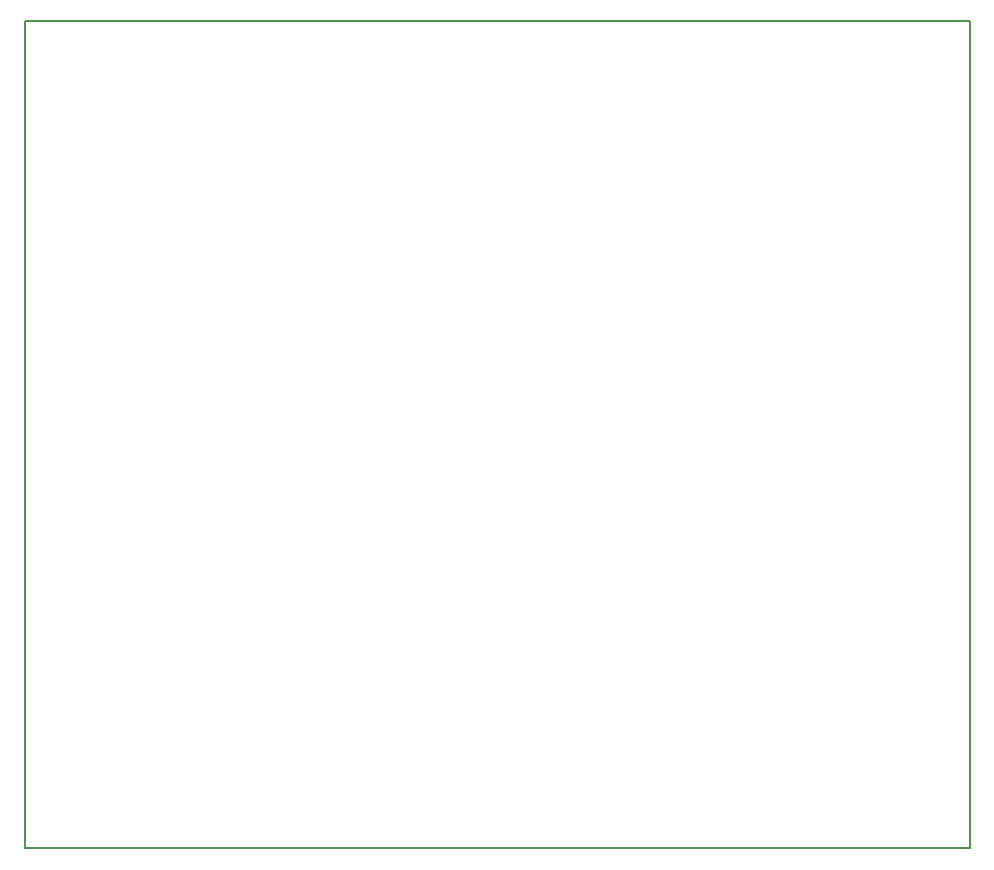
<source format=gko>
%FSLAX25Y25*%
%MOIN*%
G70*
G01*
G75*
G04 Layer_Color=16711935*
%ADD10C,0.05500*%
G04:AMPARAMS|DCode=11|XSize=118.11mil|YSize=118.11mil|CornerRadius=29.53mil|HoleSize=0mil|Usage=FLASHONLY|Rotation=270.000|XOffset=0mil|YOffset=0mil|HoleType=Round|Shape=RoundedRectangle|*
%AMROUNDEDRECTD11*
21,1,0.11811,0.05906,0,0,270.0*
21,1,0.05906,0.11811,0,0,270.0*
1,1,0.05906,-0.02953,-0.02953*
1,1,0.05906,-0.02953,0.02953*
1,1,0.05906,0.02953,0.02953*
1,1,0.05906,0.02953,-0.02953*
%
%ADD11ROUNDEDRECTD11*%
%ADD12C,0.05512*%
%ADD13C,0.00787*%
%ADD14C,0.00400*%
G04:AMPARAMS|DCode=15|XSize=126.11mil|YSize=126.11mil|CornerRadius=31.53mil|HoleSize=0mil|Usage=FLASHONLY|Rotation=270.000|XOffset=0mil|YOffset=0mil|HoleType=Round|Shape=RoundedRectangle|*
%AMROUNDEDRECTD15*
21,1,0.12611,0.06306,0,0,270.0*
21,1,0.06306,0.12611,0,0,270.0*
1,1,0.06306,-0.03153,-0.03153*
1,1,0.06306,-0.03153,0.03153*
1,1,0.06306,0.03153,0.03153*
1,1,0.06306,0.03153,-0.03153*
%
%ADD15ROUNDEDRECTD15*%
%ADD16C,0.06312*%
D13*
X0Y0D02*
Y275591D01*
X314961D01*
Y0D02*
Y275591D01*
X0Y0D02*
X314961D01*
M02*

</source>
